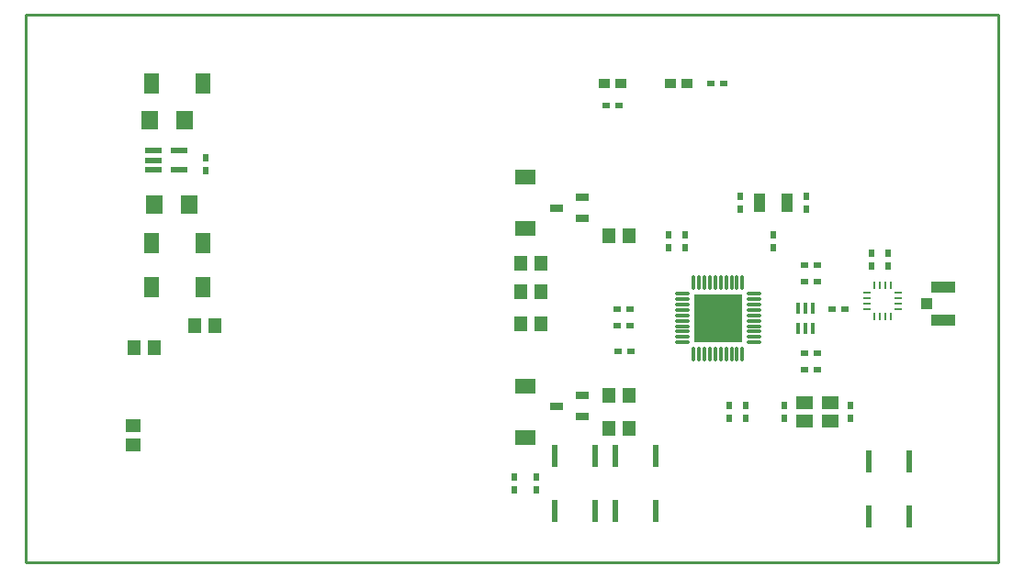
<source format=gtp>
%FSLAX25Y25*%
%MOIN*%
G70*
G01*
G75*
G04 Layer_Color=8421504*
%ADD10R,0.05500X0.07700*%
%ADD11R,0.04724X0.05512*%
%ADD12R,0.01400X0.04000*%
%ADD13R,0.05512X0.04724*%
%ADD14R,0.05906X0.04724*%
%ADD15R,0.02953X0.02362*%
%ADD16R,0.04000X0.03500*%
%ADD17R,0.03937X0.07087*%
%ADD18R,0.04724X0.03150*%
%ADD19R,0.02362X0.02953*%
%ADD20R,0.02362X0.07874*%
%ADD21R,0.05906X0.01969*%
%ADD22R,0.05906X0.02362*%
%ADD23R,0.05906X0.02480*%
%ADD24R,0.06000X0.07000*%
%ADD25R,0.07700X0.05500*%
%ADD26O,0.01180X0.05906*%
%ADD27O,0.05906X0.01180*%
%ADD28R,0.17716X0.17716*%
%ADD29R,0.01000X0.02600*%
%ADD30R,0.02600X0.01000*%
%ADD31R,0.08800X0.04200*%
%ADD32R,0.04000X0.04000*%
%ADD33C,0.01000*%
%ADD34C,0.04000*%
%ADD35C,0.08000*%
%ADD36C,0.02000*%
%ADD37C,0.01200*%
%ADD38C,0.08000*%
%ADD39R,0.08000X0.08000*%
%ADD40R,0.08000X0.06000*%
%ADD41O,0.08000X0.06000*%
%ADD42C,0.06000*%
%ADD43R,0.06000X0.06000*%
%ADD44R,0.05906X0.05906*%
%ADD45C,0.05906*%
%ADD46R,0.06000X0.08000*%
%ADD47O,0.06000X0.08000*%
%ADD48C,0.20000*%
%ADD49C,0.04000*%
%ADD50R,0.03000X0.03000*%
%ADD51R,0.05000X0.05000*%
%ADD52C,0.02500*%
%ADD53C,0.05000*%
%ADD54R,0.17700X0.17700*%
%ADD55C,0.00600*%
%ADD56C,0.00984*%
%ADD57C,0.00800*%
%ADD58C,0.00787*%
%ADD59C,0.00400*%
D10*
X46600Y174000D02*
D03*
X65400D02*
D03*
Y100000D02*
D03*
X46600D02*
D03*
Y116000D02*
D03*
X65400D02*
D03*
D11*
X62457Y86000D02*
D03*
X69543D02*
D03*
X47543Y78000D02*
D03*
X40457D02*
D03*
X180757Y98200D02*
D03*
X187843D02*
D03*
X212757Y48700D02*
D03*
X219843D02*
D03*
X180757Y108700D02*
D03*
X187843D02*
D03*
X219843Y118700D02*
D03*
X212757D02*
D03*
X212757Y60700D02*
D03*
X219843D02*
D03*
X187843Y86700D02*
D03*
X180757D02*
D03*
D12*
X286600Y85100D02*
D03*
X284000D02*
D03*
X281400D02*
D03*
Y92300D02*
D03*
X284000D02*
D03*
X286600D02*
D03*
D13*
X40000Y42457D02*
D03*
Y49543D02*
D03*
D14*
X283576Y58047D02*
D03*
X293024D02*
D03*
Y51354D02*
D03*
X283576D02*
D03*
D15*
X211638Y166000D02*
D03*
X216362D02*
D03*
X220662Y76700D02*
D03*
X215938D02*
D03*
X288362Y70000D02*
D03*
X283638D02*
D03*
Y76000D02*
D03*
X288362D02*
D03*
X283638Y102000D02*
D03*
X288362D02*
D03*
Y108000D02*
D03*
X283638D02*
D03*
X249638Y174000D02*
D03*
X254362D02*
D03*
X215638Y86000D02*
D03*
X220362D02*
D03*
X215638Y92000D02*
D03*
X220362D02*
D03*
X293638D02*
D03*
X298362D02*
D03*
D16*
X235008Y174000D02*
D03*
X240992D02*
D03*
X211008D02*
D03*
X216992D02*
D03*
D17*
X267379Y130700D02*
D03*
X277221D02*
D03*
D18*
X193772Y56700D02*
D03*
X202828Y52960D02*
D03*
Y60440D02*
D03*
X193772Y128700D02*
D03*
X202828Y124960D02*
D03*
Y132440D02*
D03*
D19*
X240300Y114338D02*
D03*
Y119062D02*
D03*
X272300Y114338D02*
D03*
Y119062D02*
D03*
X276300Y52338D02*
D03*
Y57062D02*
D03*
X300300D02*
D03*
Y52338D02*
D03*
X284300Y133062D02*
D03*
Y128338D02*
D03*
X260300Y133062D02*
D03*
Y128338D02*
D03*
X234300Y114338D02*
D03*
Y119062D02*
D03*
X262300Y52338D02*
D03*
Y57062D02*
D03*
X256300Y52338D02*
D03*
Y57062D02*
D03*
X66300Y142338D02*
D03*
Y147062D02*
D03*
X186300Y31062D02*
D03*
Y26338D02*
D03*
X178300Y31062D02*
D03*
Y26338D02*
D03*
X308000Y112362D02*
D03*
Y107638D02*
D03*
X314000D02*
D03*
Y112362D02*
D03*
D20*
X229583Y38739D02*
D03*
Y18661D02*
D03*
X214938D02*
D03*
X215017Y38739D02*
D03*
X193017Y18661D02*
D03*
Y38739D02*
D03*
X207662D02*
D03*
X207583Y18661D02*
D03*
X307017Y16661D02*
D03*
Y36739D02*
D03*
X321662D02*
D03*
X321583Y16661D02*
D03*
D21*
X56724Y149543D02*
D03*
Y142457D02*
D03*
D22*
X47276Y149543D02*
D03*
Y146000D02*
D03*
D23*
Y142457D02*
D03*
D24*
X46000Y160700D02*
D03*
X58600D02*
D03*
X47700Y130000D02*
D03*
X60300D02*
D03*
D25*
X182300Y121300D02*
D03*
Y140100D02*
D03*
Y45300D02*
D03*
Y64100D02*
D03*
D26*
X243371Y101695D02*
D03*
X245339D02*
D03*
X247307D02*
D03*
X249276D02*
D03*
X251244D02*
D03*
X253213D02*
D03*
X255182D02*
D03*
X257150D02*
D03*
X259119D02*
D03*
X261087D02*
D03*
Y75705D02*
D03*
X259119D02*
D03*
X257150D02*
D03*
X255182D02*
D03*
X253213D02*
D03*
X251244D02*
D03*
X249276D02*
D03*
X247307D02*
D03*
X245339D02*
D03*
X243371D02*
D03*
D27*
X265295Y97558D02*
D03*
Y95590D02*
D03*
Y93621D02*
D03*
Y91653D02*
D03*
Y89684D02*
D03*
Y87716D02*
D03*
Y85747D02*
D03*
Y83779D02*
D03*
Y81810D02*
D03*
Y79842D02*
D03*
X239305D02*
D03*
Y81810D02*
D03*
Y83779D02*
D03*
Y85747D02*
D03*
Y87716D02*
D03*
Y89684D02*
D03*
Y91653D02*
D03*
Y93621D02*
D03*
Y95590D02*
D03*
Y97558D02*
D03*
D28*
X252395Y88605D02*
D03*
D29*
X309000Y100600D02*
D03*
X311000D02*
D03*
X313000D02*
D03*
X315000D02*
D03*
Y89400D02*
D03*
X313000D02*
D03*
X311000D02*
D03*
X309000D02*
D03*
D30*
X317600Y98000D02*
D03*
Y96000D02*
D03*
Y94000D02*
D03*
Y92000D02*
D03*
X306400D02*
D03*
Y94000D02*
D03*
Y96000D02*
D03*
Y97900D02*
D03*
D31*
X334000Y100000D02*
D03*
Y88000D02*
D03*
D32*
X328000Y94000D02*
D03*
D33*
X1000Y100D02*
Y198900D01*
X353900D01*
Y200D02*
Y198900D01*
Y200D02*
X354000Y100D01*
X1000D02*
X354000D01*
M02*

</source>
